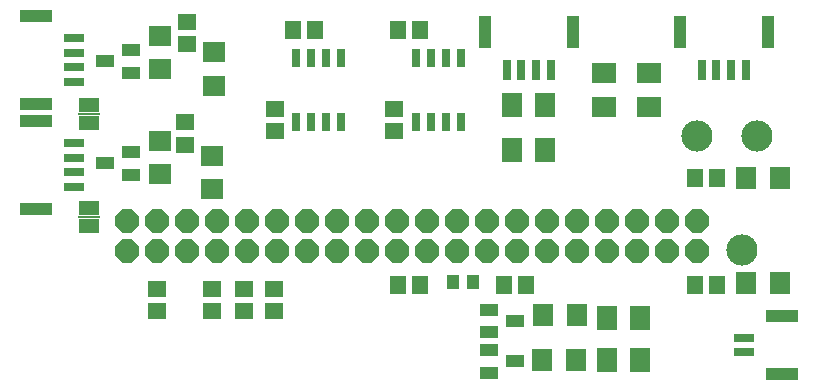
<source format=gbr>
G04 EAGLE Gerber RS-274X export*
G75*
%MOMM*%
%FSLAX34Y34*%
%LPD*%
%INSoldermask Top*%
%IPPOS*%
%AMOC8*
5,1,8,0,0,1.08239X$1,22.5*%
G01*
%ADD10R,1.601600X1.401600*%
%ADD11R,1.401600X1.601600*%
%ADD12R,0.701600X1.801600*%
%ADD13R,1.101600X2.801600*%
%ADD14R,1.801600X0.701600*%
%ADD15R,2.801600X1.101600*%
%ADD16R,1.701600X1.904600*%
%ADD17P,2.171924X8X202.500000*%
%ADD18R,1.501600X1.101600*%
%ADD19R,2.101600X1.701600*%
%ADD20R,1.701600X2.101600*%
%ADD21R,1.904600X1.701600*%
%ADD22R,1.701800X1.270000*%
%ADD23R,1.828800X0.152400*%
%ADD24C,2.641600*%
%ADD25R,0.711200X1.625600*%
%ADD26R,1.101600X1.201600*%


D10*
X330200Y219100D03*
X330200Y238100D03*
X229870Y219100D03*
X229870Y238100D03*
D11*
X352400Y304800D03*
X333400Y304800D03*
X263500Y304800D03*
X244500Y304800D03*
D10*
X153670Y207670D03*
X153670Y226670D03*
X154940Y292760D03*
X154940Y311760D03*
D12*
X438250Y270900D03*
X450750Y270900D03*
D13*
X481750Y302900D03*
X407250Y302900D03*
D12*
X463250Y270900D03*
X425750Y270900D03*
X603350Y270900D03*
X615850Y270900D03*
D13*
X646850Y302900D03*
X572350Y302900D03*
D12*
X628350Y270900D03*
X590850Y270900D03*
D14*
X626500Y44350D03*
X626500Y31850D03*
D15*
X658500Y13350D03*
X658500Y62850D03*
D16*
X484120Y25400D03*
X455680Y25400D03*
X485390Y63500D03*
X456950Y63500D03*
D17*
X587300Y142700D03*
X587300Y117300D03*
X561900Y142700D03*
X561900Y117300D03*
X536500Y142700D03*
X536500Y117300D03*
X511100Y142700D03*
X511100Y117300D03*
X485700Y142700D03*
X485700Y117300D03*
X460300Y142700D03*
X460300Y117300D03*
X434900Y142700D03*
X434900Y117300D03*
X409500Y142700D03*
X409500Y117300D03*
X384100Y142700D03*
X384100Y117300D03*
X358700Y142700D03*
X358700Y117300D03*
X333300Y142700D03*
X333300Y117300D03*
X307900Y142700D03*
X307900Y117300D03*
X282500Y142700D03*
X282500Y117300D03*
X257100Y142700D03*
X257100Y117300D03*
X231700Y142700D03*
X231700Y117300D03*
X206300Y142700D03*
X206300Y117300D03*
X180900Y142700D03*
X180900Y117300D03*
X155500Y142700D03*
X155500Y117300D03*
X130100Y142700D03*
X130100Y117300D03*
X104700Y142700D03*
X104700Y117300D03*
D16*
X628400Y90170D03*
X656840Y90170D03*
X628400Y179070D03*
X656840Y179070D03*
D18*
X432640Y24130D03*
X410640Y14630D03*
X410640Y33630D03*
X432640Y58420D03*
X410640Y48920D03*
X410640Y67920D03*
D10*
X203200Y85700D03*
X203200Y66700D03*
D19*
X546100Y240000D03*
X546100Y268000D03*
D20*
X430500Y203200D03*
X458500Y203200D03*
D19*
X508000Y240000D03*
X508000Y268000D03*
D20*
X510510Y60960D03*
X538510Y60960D03*
D21*
X132080Y182630D03*
X132080Y211070D03*
X176530Y198370D03*
X176530Y169930D03*
X132080Y271530D03*
X132080Y299970D03*
X177800Y286000D03*
X177800Y257560D03*
D20*
X510510Y25400D03*
X538510Y25400D03*
D11*
X423570Y88900D03*
X442570Y88900D03*
D10*
X228600Y85700D03*
X228600Y66700D03*
D11*
X352400Y88900D03*
X333400Y88900D03*
X603860Y88900D03*
X584860Y88900D03*
X603860Y179070D03*
X584860Y179070D03*
D10*
X176530Y85700D03*
X176530Y66700D03*
X129540Y85700D03*
X129540Y66700D03*
D20*
X458500Y241300D03*
X430500Y241300D03*
D22*
X72390Y226060D03*
X72390Y241300D03*
D23*
X72390Y233680D03*
D22*
X72390Y138430D03*
X72390Y153670D03*
D23*
X72390Y146050D03*
D24*
X624840Y118110D03*
X586740Y214630D03*
X637540Y214630D03*
D18*
X85520Y191770D03*
X107520Y201270D03*
X107520Y182270D03*
X85520Y278130D03*
X107520Y287630D03*
X107520Y268630D03*
D25*
X387350Y280924D03*
X387350Y227076D03*
X374650Y280924D03*
X361950Y280924D03*
X374650Y227076D03*
X361950Y227076D03*
X349250Y280924D03*
X349250Y227076D03*
X285750Y280924D03*
X285750Y227076D03*
X273050Y280924D03*
X260350Y280924D03*
X273050Y227076D03*
X260350Y227076D03*
X247650Y280924D03*
X247650Y227076D03*
D14*
X59300Y184250D03*
X59300Y196750D03*
D15*
X27300Y227750D03*
X27300Y153250D03*
D14*
X59300Y209250D03*
X59300Y171750D03*
X59300Y273150D03*
X59300Y285650D03*
D15*
X27300Y316650D03*
X27300Y242150D03*
D14*
X59300Y298150D03*
X59300Y260650D03*
D26*
X380120Y91440D03*
X397120Y91440D03*
M02*

</source>
